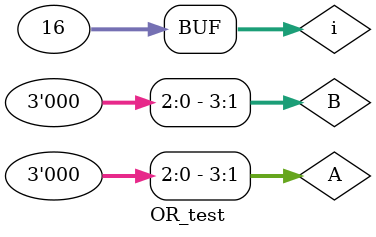
<source format=v>
`timescale 1ns / 1ps


module OR(input [3:0] A,B, output [3:0] Y);

or g1(Y[0], A[0], B[0]);
or g2(Y[1], A[1], B[1]);
or g3(Y[2], A[2], B[2]);
or g4(Y[3], A[3], B[3]);

endmodule

module OR_test();
reg [3:0] A,B;
wire [3:0] Y;
integer i;

OR uut(A,B,Y);
initial begin
for(i = 0; i<16; i = i+1)
begin
A = $urandom;
B = $urandom;
#10;
end
end
endmodule

</source>
